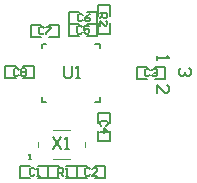
<source format=gto>
*%FSLAX24Y24*%
*%MOIN*%
G01*
%ADD11C,0.0010*%
%ADD12C,0.0030*%
%ADD13C,0.0043*%
%ADD14C,0.0050*%
%ADD15C,0.0060*%
%ADD16C,0.0070*%
%ADD17C,0.0073*%
%ADD18C,0.0080*%
%ADD19C,0.0100*%
%ADD20C,0.0110*%
%ADD21C,0.0118*%
%ADD22C,0.0150*%
%ADD23C,0.0200*%
%ADD24C,0.0300*%
%ADD25C,0.0360*%
%ADD26C,0.0440*%
%ADD27C,0.0600*%
%ADD28R,0.0300X0.0300*%
%ADD29R,0.0380X0.0380*%
%ADD30R,0.0551X0.0453*%
%ADD31R,0.0631X0.0533*%
%ADD32O,0.0118X0.0354*%
%ADD33O,0.0198X0.0434*%
%ADD34O,0.0354X0.0118*%
%ADD35O,0.0434X0.0198*%
D13*
X16473Y14304D02*
Y14442D01*
X16965Y13891D02*
X17556D01*
X18040Y14300D02*
Y14446D01*
X17556Y14871D02*
X16969D01*
D14*
X20360Y16560D02*
X20710D01*
Y16960D02*
X20360D01*
X20110D02*
X19760D01*
Y16560D02*
X20110D01*
X20710D02*
Y16960D01*
X19760D02*
Y16560D01*
X18860Y15433D02*
Y15083D01*
X18460D02*
Y15433D01*
Y14833D02*
Y14483D01*
X18860D02*
Y14833D01*
Y15433D02*
X18460D01*
Y14483D02*
X18860D01*
X15870Y13660D02*
Y13260D01*
X16820D02*
Y13660D01*
X16220Y13260D02*
X15870D01*
Y13660D02*
X16220D01*
X16470D02*
X16820D01*
Y13260D02*
X16470D01*
X17770D02*
Y13660D01*
X18720D02*
Y13260D01*
X18120D02*
X17770D01*
Y13660D02*
X18120D01*
X18370D02*
X18720D01*
Y13260D02*
X18370D01*
X16228Y17968D02*
Y18368D01*
X17178D02*
Y17968D01*
X16578D02*
X16228D01*
Y18368D02*
X16578D01*
X16828D02*
X17178D01*
Y17968D02*
X16828D01*
X15391Y16988D02*
Y16588D01*
X16341D02*
Y16988D01*
X15741Y16588D02*
X15391D01*
Y16988D02*
X15741D01*
X15991D02*
X16341D01*
Y16588D02*
X15991D01*
X17770Y13660D02*
Y13260D01*
X16820D02*
Y13660D01*
X17420D02*
X17770D01*
Y13260D02*
X17420D01*
X17170D02*
X16820D01*
Y13660D02*
X17170D01*
X18460Y19010D02*
X18860D01*
Y18060D02*
X18460D01*
Y18660D02*
Y19010D01*
X18860D02*
Y18660D01*
Y18410D02*
Y18060D01*
X18460D02*
Y18410D01*
X17509Y18387D02*
Y17987D01*
X18459D02*
Y18387D01*
X17859Y17987D02*
X17509D01*
Y18387D02*
X17859D01*
X18109D02*
X18459D01*
Y17987D02*
X18109D01*
X16600Y15940D02*
Y15790D01*
X16750D01*
X18530Y17580D02*
Y17730D01*
X18380D01*
Y15790D02*
X18530D01*
Y15940D01*
X16650Y17730D02*
X16600Y17680D01*
Y17580D01*
X16650Y17730D02*
X16750D01*
X18109Y18387D02*
X18459D01*
Y18787D02*
X18109D01*
X17859D02*
X17509D01*
Y18387D02*
X17859D01*
X18459D02*
Y18787D01*
X17509D02*
Y18387D01*
X20155Y16881D02*
X20195Y16841D01*
X20155Y16881D02*
X20075D01*
X20035Y16841D01*
Y16681D01*
X20075Y16641D01*
X20155D01*
X20195Y16681D01*
X20275Y16841D02*
X20315Y16881D01*
X20395D01*
X20435Y16841D01*
Y16801D01*
X20436D01*
X20435D02*
X20436D01*
X20435D02*
X20436D01*
X20435D02*
X20395Y16761D01*
X20355D01*
X20395D01*
X20435Y16721D01*
Y16681D01*
X20395Y16641D01*
X20315D01*
X20275Y16681D01*
X15833Y16871D02*
X15791Y16913D01*
X15708D01*
X15666Y16871D01*
Y16704D01*
X15708Y16663D01*
X15791D01*
X15833Y16704D01*
X15916Y16871D02*
X15958Y16913D01*
X16041D01*
X16083Y16871D01*
Y16829D01*
X16041Y16788D01*
X16083Y16746D01*
Y16704D01*
X16041Y16663D01*
X15958D01*
X15916Y16704D01*
Y16746D01*
X15958Y16788D01*
X15916Y16829D01*
Y16871D01*
X15958Y16788D02*
X16041D01*
X16669Y18251D02*
X16628Y18293D01*
X16545D01*
X16503Y18251D01*
Y18084D01*
X16545Y18043D01*
X16628D01*
X16669Y18084D01*
X16753Y18293D02*
X16919D01*
Y18251D01*
X16753Y18084D01*
Y18043D01*
X17919Y18725D02*
X17961Y18683D01*
X17919Y18725D02*
X17836D01*
X17794Y18683D01*
Y18516D01*
X17836Y18475D01*
X17919D01*
X17961Y18516D01*
X18127Y18683D02*
X18211Y18725D01*
X18127Y18683D02*
X18044Y18600D01*
Y18516D01*
X18086Y18475D01*
X18169D01*
X18211Y18516D01*
Y18558D01*
X18169Y18600D01*
X18044D01*
X17899Y18318D02*
X17941Y18276D01*
X17899Y18318D02*
X17816D01*
X17774Y18276D01*
Y18110D01*
X17816Y18068D01*
X17899D01*
X17941Y18110D01*
X18024Y18318D02*
X18191D01*
X18024D02*
Y18193D01*
X18107Y18234D01*
X18149D01*
X18191Y18193D01*
Y18110D01*
X18149Y18068D01*
X18066D01*
X18024Y18110D01*
X18535Y18751D02*
X18785D01*
Y18626D01*
X18743Y18585D01*
X18660D01*
X18618Y18626D01*
Y18751D01*
Y18668D02*
X18535Y18585D01*
Y18501D02*
Y18335D01*
Y18501D02*
X18701Y18335D01*
X18743D01*
X18785Y18376D01*
Y18460D01*
X18743Y18501D01*
X18795Y15043D02*
X18753Y15001D01*
X18795Y15043D02*
Y15126D01*
X18753Y15168D01*
X18586D01*
X18545Y15126D01*
Y15043D01*
X18586Y15001D01*
X18545Y14793D02*
X18795D01*
X18670Y14918D01*
Y14752D01*
X18160Y13585D02*
X18202Y13543D01*
X18160Y13585D02*
X18077D01*
X18035Y13543D01*
Y13376D01*
X18077Y13335D01*
X18160D01*
X18202Y13376D01*
X18285Y13335D02*
X18452D01*
X18285D02*
X18452Y13501D01*
Y13543D01*
X18410Y13585D01*
X18327D01*
X18285Y13543D01*
X17155Y13585D02*
Y13335D01*
Y13585D02*
X17280D01*
X17322Y13543D01*
Y13460D01*
X17280Y13418D01*
X17155D01*
X17238D02*
X17322Y13335D01*
X17405D02*
X17488D01*
X17447D01*
Y13585D01*
X17448D01*
X17447D02*
X17405Y13543D01*
X16362D02*
X16320Y13585D01*
X16237D01*
X16195Y13543D01*
Y13376D01*
X16237Y13335D01*
X16320D01*
X16362Y13376D01*
X16445Y13335D02*
X16528D01*
X16487D01*
Y13585D01*
X16488D01*
X16487D02*
X16445Y13543D01*
X16239Y13899D02*
X16189D01*
X16214D02*
X16239D01*
X16214D02*
Y14049D01*
X16215D01*
X16214D02*
X16189Y14024D01*
D15*
X21523Y16910D02*
X21590Y16843D01*
Y16710D01*
X21523Y16643D01*
X21457D01*
X21458D01*
X21457D02*
X21458D01*
X21457D02*
X21458D01*
X21457D02*
X21390Y16710D01*
Y16777D01*
Y16710D01*
X21323Y16643D01*
X21257D01*
X21190Y16710D01*
Y16843D01*
X21257Y16910D01*
X20440Y16360D02*
Y16093D01*
Y16360D02*
X20707Y16093D01*
X20773D01*
X20840Y16160D01*
Y16293D01*
X20773Y16360D01*
X20440Y17177D02*
Y17310D01*
Y17243D02*
Y17177D01*
Y17243D02*
X20840D01*
X20841D01*
X20840D02*
X20773Y17310D01*
X17332Y16998D02*
Y16665D01*
X17398Y16598D01*
X17532D01*
X17598Y16665D01*
Y16998D01*
X17732Y16598D02*
X17865D01*
X17798D01*
Y16998D01*
X17799D01*
X17798D02*
X17732Y16931D01*
X16989Y14617D02*
X17255Y14217D01*
X16989D02*
X17255Y14617D01*
X17389Y14217D02*
X17522D01*
X17455D01*
Y14617D01*
X17456D01*
X17455D02*
X17389Y14550D01*
D02*
M02*

</source>
